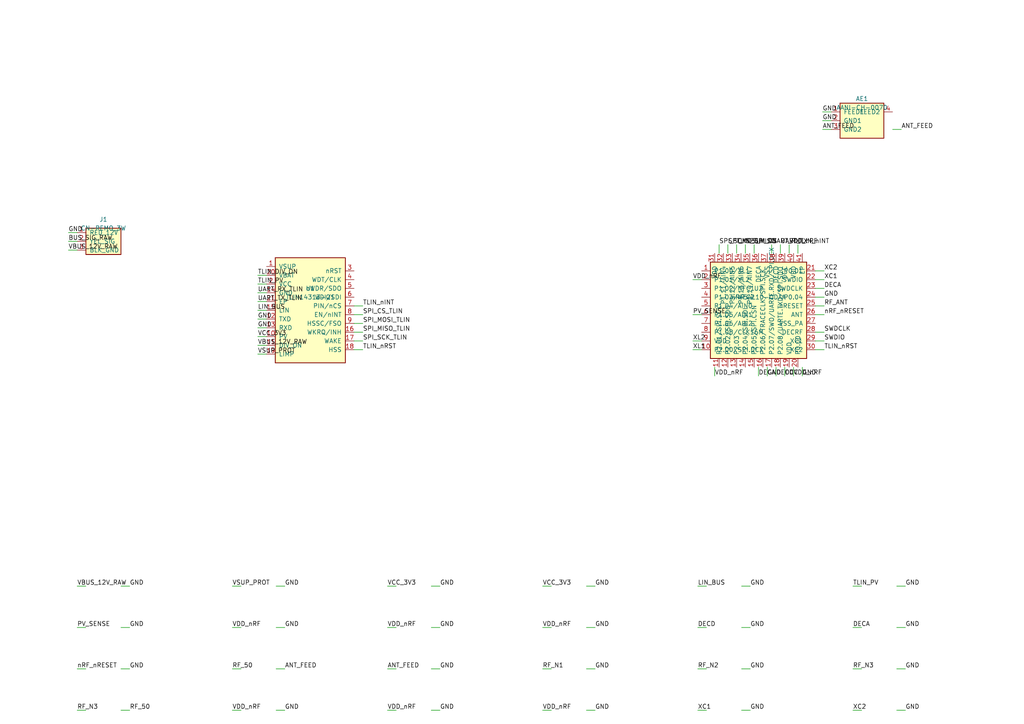
<source format=kicad_sch>
(kicad_sch (version 20250114) (generator "eeschema") (generator_version "9.0")
  (paper "A4")
  (title_block (title "PREMTA Slave Controller") (date "2026-01-03") (rev "A") (company "") (comment 1 "Generated from premta_slave.net + SPEC.md"))
  (lib_symbols
    (symbol "Device:D_Schottky" (pin_names (offset 1.016))
      (property "Reference" "D" (at 0 2.54 0))
      (property "Value" "D_Schottky" (at 0 -2.54 0))
      (symbol "D_Schottky_0_0"
        (polyline (pts (xy -1.27 1.27) (xy -1.27 -1.27)) (stroke (width 0.254)))
        (polyline (pts (xy -1.27 0) (xy 1.27 1.27) (xy 1.27 -1.27) (xy -1.27 0)) (stroke (width 0.254)) (fill (type background)))
        (polyline (pts (xy 1.27 1.27) (xy 1.27 -1.27)) (stroke (width 0.254)))
        (pin passive line (at -5.08 0 0) (length 3.81) (name "A") (number "1"))
        (pin passive line (at 5.08 0 180) (length 3.81) (name "K") (number "2"))
      )
    )
    (symbol "Device:D_TVS" (pin_names (offset 1.016))
      (property "Reference" "D" (at 0 2.54 0))
      (property "Value" "D_TVS" (at 0 -2.54 0))
      (symbol "D_TVS_0_0"
        (polyline (pts (xy -1.27 1.27) (xy -1.27 -1.27)) (stroke (width 0.254)))
        (polyline (pts (xy -1.27 0) (xy 1.27 1.27) (xy 1.27 -1.27) (xy -1.27 0)) (stroke (width 0.254)) (fill (type background)))
        (polyline (pts (xy 1.27 1.27) (xy 1.27 -1.27)) (stroke (width 0.254)))
        (polyline (pts (xy 1.78 0.89) (xy 2.54 1.27) (xy 1.78 1.65)) (stroke (width 0.254)))
        (polyline (pts (xy 1.78 -0.89) (xy 2.54 -1.27) (xy 1.78 -1.65)) (stroke (width 0.254)))
        (pin passive line (at -5.08 0 0) (length 3.81) (name "A") (number "1"))
        (pin passive line (at 5.08 0 180) (length 3.81) (name "K") (number "2"))
      )
    )
    (symbol "Device:CN-REMO_3W" (pin_names (offset 1.016))
      (property "Reference" "J" (at 0 5.08 0))
      (property "Value" "CN-REMO_3W" (at 0 -5.08 0))
      (symbol "CN-REMO_3W_0_0"
        (rectangle (start -5.08 3.81) (end 5.08 -3.81) (stroke (width 0.254)) (fill (type background)))
        (pin power_in line (at -7.62 2.54 0) (length 2.54) (name "RED_12V") (number "1"))
        (pin passive line (at -7.62 0 0) (length 2.54) (name "YEL_SIG") (number "2"))
        (pin power_in line (at -7.62 -2.54 0) (length 2.54) (name "BLK_GND") (number "3"))
      )
    )
    (symbol "Device:TLIN14313-Q1" (pin_names (offset 1.016))
      (property "Reference" "U" (at 0.00 17.78 0))
      (property "Value" "TLIN14313-Q1" (at 0.00 -17.78 0))
      (symbol "TLIN14313-Q1_0_0"
        (rectangle (start -10.16 15.24) (end 10.16 -15.24) (stroke (width 0.254)) (fill (type background)))
        (pin power_in line (at -12.70 12.70 0) (length 2.54) (name "VSUP") (number "1"))
        (pin power_in line (at -12.70 10.16 0) (length 2.54) (name "VBAT") (number "20"))
        (pin power_out line (at -12.70 7.62 0) (length 2.54) (name "VCC") (number "2"))
        (pin power_in line (at -12.70 5.08 0) (length 2.54) (name "GND") (number "14"))
        (pin power_in line (at -12.70 2.54 0) (length 2.54) (name "EP") (number "21"))
        (pin bidirectional line (at -12.70 0.00 0) (length 2.54) (name "LIN") (number "15"))
        (pin input line (at -12.70 -2.54 0) (length 2.54) (name "TXD") (number "12"))
        (pin output line (at -12.70 -5.08 0) (length 2.54) (name "RXD") (number "13"))
        (pin output line (at -12.70 -7.62 0) (length 2.54) (name "PV") (number "10"))
        (pin input line (at -12.70 -10.16 0) (length 2.54) (name "DIV_ON") (number "11"))
        (pin output line (at -12.70 -12.70 0) (length 2.54) (name "LIMP") (number "19"))
        (pin bidirectional line (at 12.70 11.43 180) (length 2.54) (name "nRST") (number "3"))
        (pin input line (at 12.70 8.89 180) (length 2.54) (name "WDT/CLK") (number "4"))
        (pin output line (at 12.70 6.35 180) (length 2.54) (name "nWDR/SDO") (number "5"))
        (pin input line (at 12.70 3.81 180) (length 2.54) (name "WDI/SDI") (number "6"))
        (pin input line (at 12.70 1.27 180) (length 2.54) (name "PIN/nCS") (number "7"))
        (pin bidirectional line (at 12.70 -1.27 180) (length 2.54) (name "EN/nINT") (number "8"))
        (pin bidirectional line (at 12.70 -3.81 180) (length 2.54) (name "HSSC/FSO") (number "9"))
        (pin output line (at 12.70 -6.35 180) (length 2.54) (name "WKRQ/INH") (number "16"))
        (pin input line (at 12.70 -8.89 180) (length 2.54) (name "WAKE") (number "17"))
        (pin output line (at 12.70 -11.43 180) (length 2.54) (name "HSS") (number "18"))
      )
    )
    (symbol "Device:nRF54L10-QDAA" (pin_names (offset 1.016))
      (property "Reference" "U" (at 0.00 20.32 0))
      (property "Value" "nRF54L10-QDAA" (at 0.00 -20.32 0))
      (symbol "nRF54L10-QDAA_0_0"
        (rectangle (start -13.97 13.97) (end 13.97 -13.97) (stroke (width 0.254)) (fill (type background)))
        (pin bidirectional line (at -16.51 11.43 0) (length 2.54) (name "P1.00/XL1") (number "1"))
        (pin bidirectional line (at -16.51 8.89 0) (length 2.54) (name "P1.01/XL2") (number "2"))
        (pin bidirectional line (at -16.51 6.35 0) (length 2.54) (name "P1.02/NFC1") (number "3"))
        (pin bidirectional line (at -16.51 3.81 0) (length 2.54) (name "P1.03/NFC2") (number "4"))
        (pin bidirectional line (at -16.51 1.27 0) (length 2.54) (name "P1.04/AIN0") (number "5"))
        (pin bidirectional line (at -16.51 -1.27 0) (length 2.54) (name "P1.05/AIN1") (number "6"))
        (pin bidirectional line (at -16.51 -3.81 0) (length 2.54) (name "P1.06/AIN2") (number "7"))
        (pin bidirectional line (at -16.51 -6.35 0) (length 2.54) (name "P1.08/CLK16M") (number "8"))
        (pin power_in line (at -16.51 -8.89 0) (length 2.54) (name "VDD") (number "9"))
        (pin bidirectional line (at -16.51 -11.43 0) (length 2.54) (name "P2.00/SPI.DCX") (number "10"))
        (pin bidirectional line (at -11.43 -16.51 90) (length 2.54) (name "P2.01/SPI.SCK") (number "11"))
        (pin bidirectional line (at -8.89 -16.51 90) (length 2.54) (name "P2.02/SPI.SDO") (number "12"))
        (pin bidirectional line (at -6.35 -16.51 90) (length 2.54) (name "P2.03") (number "13"))
        (pin bidirectional line (at -3.81 -16.51 90) (length 2.54) (name "P2.04/SPI.SDI") (number "14"))
        (pin bidirectional line (at -1.27 -16.51 90) (length 2.54) (name "P2.05/SPI.CSN") (number "15"))
        (pin bidirectional line (at 1.27 -16.51 90) (length 2.54) (name "P2.06/TRACECLK/SPI.SCK") (number "16"))
        (pin bidirectional line (at 3.81 -16.51 90) (length 2.54) (name "P2.07/SWO/UARTE.RXD/SPI.DCX") (number "17"))
        (pin bidirectional line (at 6.35 -16.51 90) (length 2.54) (name "P2.08/UARTE.TXD/SPI.SDO") (number "18"))
        (pin power_in line (at 8.89 -16.51 90) (length 2.54) (name "VDD") (number "19"))
        (pin bidirectional line (at 11.43 -16.51 90) (length 2.54) (name "P0.00") (number "20"))
        (pin bidirectional line (at 16.51 11.43 180) (length 2.54) (name "P0.01") (number "21"))
        (pin bidirectional line (at 16.51 8.89 180) (length 2.54) (name "SWDIO") (number "22"))
        (pin input line (at 16.51 6.35 180) (length 2.54) (name "SWDCLK") (number "23"))
        (pin bidirectional line (at 16.51 3.81 180) (length 2.54) (name "P0.04") (number "24"))
        (pin input line (at 16.51 1.27 180) (length 2.54) (name "nRESET") (number "25"))
        (pin passive line (at 16.51 -1.27 180) (length 2.54) (name "ANT") (number "26"))
        (pin power_in line (at 16.51 -3.81 180) (length 2.54) (name "VSS_PA") (number "27"))
        (pin power_in line (at 16.51 -6.35 180) (length 2.54) (name "DECRF") (number "28"))
        (pin input line (at 16.51 -8.89 180) (length 2.54) (name "XC1") (number "29"))
        (pin input line (at 16.51 -11.43 180) (length 2.54) (name "XC2") (number "30"))
        (pin power_in line (at -12.70 16.51 270) (length 2.54) (name "VDD") (number "31"))
        (pin bidirectional line (at -10.16 16.51 270) (length 2.54) (name "P1.11/AIN4") (number "32"))
        (pin bidirectional line (at -7.62 16.51 270) (length 2.54) (name "P1.12/AIN5") (number "33"))
        (pin bidirectional line (at -5.08 16.51 270) (length 2.54) (name "P1.13/AIN6") (number "34"))
        (pin bidirectional line (at -2.54 16.51 270) (length 2.54) (name "P1.14/AIN7") (number "35"))
        (pin power_in line (at 0.00 16.51 270) (length 2.54) (name "DECA") (number "36"))
        (pin power_in line (at 2.54 16.51 270) (length 2.54) (name "VSS") (number "37"))
        (pin power_in line (at 5.08 16.51 270) (length 2.54) (name "DECD") (number "38"))
        (pin power_out line (at 7.62 16.51 270) (length 2.54) (name "DCC") (number "39"))
        (pin power_in line (at 10.16 16.51 270) (length 2.54) (name "VDD") (number "40"))
        (pin power_in line (at 12.70 16.51 270) (length 2.54) (name "EP") (number "41"))
      )
    )
    (symbol "Device:AANI-CH-0070" (pin_names (offset 1.016))
      (property "Reference" "AE" (at 0.00 7.62 0))
      (property "Value" "AANI-CH-0070" (at 0.00 -7.62 0))
      (symbol "AANI-CH-0070_0_0"
        (rectangle (start -6.35 5.08) (end 6.35 -5.08) (stroke (width 0.254)) (fill (type background)))
        (pin passive line (at -8.89 2.54 0) (length 2.54) (name "FEED1") (number "1"))
        (pin power_in line (at -8.89 0.00 0) (length 2.54) (name "GND1") (number "2"))
        (pin power_in line (at -8.89 -2.54 0) (length 2.54) (name "GND2") (number "3"))
        (pin passive line (at 8.89 2.54 180) (length 2.54) (name "FEED2") (number "4"))
      )
    )
  )
  (wire (pts (xy 77.3 95.08) (xy 74.76 95.08)))
  (wire (pts (xy 77.3 92.54) (xy 74.76 92.54)))
  (wire (pts (xy 77.3 90) (xy 74.76 90)))
  (wire (pts (xy 77.3 79.84) (xy 74.76 79.84)))
  (wire (pts (xy 77.3 82.38) (xy 74.76 82.38)))
  (wire (pts (xy 102.7 88.73) (xy 105.24 88.73)))
  (wire (pts (xy 102.7 101.43) (xy 105.24 101.43)))
  (wire (pts (xy 77.3 100.16) (xy 74.76 100.16)))
  (wire (pts (xy 77.3 97.62) (xy 74.76 97.62)))
  (wire (pts (xy 77.3 102.7) (xy 74.76 102.7)))
  (wire (pts (xy 102.7 98.89) (xy 105.24 98.89)))
  (wire (pts (xy 102.7 93.81) (xy 105.24 93.81)))
  (wire (pts (xy 102.7 96.35) (xy 105.24 96.35)))
  (wire (pts (xy 102.7 91.27) (xy 105.24 91.27)))
  (wire (pts (xy 77.3 87.46) (xy 74.76 87.46)))
  (wire (pts (xy 77.3 84.92) (xy 74.76 84.92)))
  (wire (pts (xy 236.51 86.19) (xy 239.05 86.19)))
  (wire (pts (xy 222.54 106.51) (xy 222.54 109.05)))
  (wire (pts (xy 232.7 106.51) (xy 232.7 109.05)))
  (wire (pts (xy 227.62 106.51) (xy 227.62 109.05)))
  (wire (pts (xy 236.51 83.65) (xy 239.05 83.65)))
  (wire (pts (xy 220 106.51) (xy 220 109.05)))
  (wire (pts (xy 225.08 106.51) (xy 225.08 109.05)))
  (wire (pts (xy 203.49 91.27) (xy 200.95 91.27)))
  (wire (pts (xy 236.51 88.73) (xy 239.05 88.73)))
  (wire (pts (xy 218.73 73.49) (xy 218.73 70.95)))
  (wire (pts (xy 216.19 73.49) (xy 216.19 70.95)))
  (wire (pts (xy 211.11 73.49) (xy 211.11 70.95)))
  (wire (pts (xy 208.57 73.49) (xy 208.57 70.95)))
  (wire (pts (xy 236.51 96.35) (xy 239.05 96.35)))
  (wire (pts (xy 236.51 98.89) (xy 239.05 98.89)))
  (wire (pts (xy 213.65 73.49) (xy 213.65 70.95)))
  (wire (pts (xy 231.43 73.49) (xy 231.43 70.95)))
  (wire (pts (xy 236.51 101.43) (xy 239.05 101.43)))
  (wire (pts (xy 223.81 73.49) (xy 223.81 70.95)))
  (wire (pts (xy 226.35 73.49) (xy 226.35 70.95)))
  (wire (pts (xy 203.49 81.11) (xy 200.95 81.11)))
  (wire (pts (xy 228.89 73.49) (xy 228.89 70.95)))
  (wire (pts (xy 207.3 106.51) (xy 207.3 109.05)))
  (wire (pts (xy 230.16 106.51) (xy 230.16 109.05)))
  (wire (pts (xy 236.51 81.11) (xy 239.05 81.11)))
  (wire (pts (xy 236.51 78.57) (xy 239.05 78.57)))
  (wire (pts (xy 203.49 101.43) (xy 200.95 101.43)))
  (wire (pts (xy 203.49 98.89) (xy 200.95 98.89)))
  (wire (pts (xy 236.51 91.27) (xy 239.05 91.27)))
  (wire (pts (xy 22.38 67.46) (xy 19.84 67.46)))
  (wire (pts (xy 22.38 70) (xy 19.84 70)))
  (wire (pts (xy 22.38 72.54) (xy 19.84 72.54)))
  (wire (pts (xy 241.11 35) (xy 238.57 35)))
  (wire (pts (xy 241.11 32.46) (xy 238.57 32.46)))
  (wire (pts (xy 241.11 37.54) (xy 238.57 37.54)))
  (wire (pts (xy 258.89 37.54) (xy 261.43 37.54)))
  (wire (pts (xy 204.92 218) (xy 202.38 218)))
  (wire (pts (xy 215.08 218) (xy 217.62 218)))
  (wire (pts (xy 260.08 218) (xy 262.62 218)))
  (wire (pts (xy 249.92 218) (xy 247.38 218)))
  (wire (pts (xy 35.08 230) (xy 37.62 230)))
  (wire (pts (xy 24.92 230) (xy 22.38 230)))
  (wire (pts (xy 35.08 170) (xy 37.62 170)))
  (wire (pts (xy 24.92 170) (xy 22.38 170)))
  (wire (pts (xy 80.08 170) (xy 82.62 170)))
  (wire (pts (xy 69.92 170) (xy 67.38 170)))
  (wire (pts (xy 125.08 170) (xy 127.62 170)))
  (wire (pts (xy 114.92 170) (xy 112.38 170)))
  (wire (pts (xy 170.08 170) (xy 172.62 170)))
  (wire (pts (xy 159.92 170) (xy 157.38 170)))
  (wire (pts (xy 69.92 242) (xy 67.38 242)))
  (wire (pts (xy 80.08 242) (xy 82.62 242)))
  (wire (pts (xy 215.08 170) (xy 217.62 170)))
  (wire (pts (xy 204.92 170) (xy 202.38 170)))
  (wire (pts (xy 114.92 242) (xy 112.38 242)))
  (wire (pts (xy 125.08 242) (xy 127.62 242)))
  (wire (pts (xy 170.08 242) (xy 172.62 242)))
  (wire (pts (xy 159.92 242) (xy 157.38 242)))
  (wire (pts (xy 215.08 242) (xy 217.62 242)))
  (wire (pts (xy 204.92 242) (xy 202.38 242)))
  (wire (pts (xy 260.08 242) (xy 262.62 242)))
  (wire (pts (xy 249.92 242) (xy 247.38 242)))
  (wire (pts (xy 260.08 170) (xy 262.62 170)))
  (wire (pts (xy 249.92 170) (xy 247.38 170)))
  (wire (pts (xy 35.08 182) (xy 37.62 182)))
  (wire (pts (xy 24.92 182) (xy 22.38 182)))
  (wire (pts (xy 69.92 230) (xy 67.38 230)))
  (wire (pts (xy 80.08 230) (xy 82.62 230)))
  (wire (pts (xy 80.08 182) (xy 82.62 182)))
  (wire (pts (xy 69.92 182) (xy 67.38 182)))
  (wire (pts (xy 125.08 182) (xy 127.62 182)))
  (wire (pts (xy 114.92 182) (xy 112.38 182)))
  (wire (pts (xy 170.08 182) (xy 172.62 182)))
  (wire (pts (xy 159.92 182) (xy 157.38 182)))
  (wire (pts (xy 114.92 230) (xy 112.38 230)))
  (wire (pts (xy 125.08 230) (xy 127.62 230)))
  (wire (pts (xy 215.08 182) (xy 217.62 182)))
  (wire (pts (xy 204.92 182) (xy 202.38 182)))
  (wire (pts (xy 260.08 182) (xy 262.62 182)))
  (wire (pts (xy 249.92 182) (xy 247.38 182)))
  (wire (pts (xy 24.92 254) (xy 22.38 254)))
  (wire (pts (xy 35.08 254) (xy 37.62 254)))
  (wire (pts (xy 35.08 194) (xy 37.62 194)))
  (wire (pts (xy 24.92 194) (xy 22.38 194)))
  (wire (pts (xy 114.92 290) (xy 112.38 290)))
  (wire (pts (xy 125.08 290) (xy 127.62 290)))
  (wire (pts (xy 159.92 290) (xy 157.38 290)))
  (wire (pts (xy 170.08 290) (xy 172.62 290)))
  (wire (pts (xy 170.08 230) (xy 172.62 230)))
  (wire (pts (xy 159.92 230) (xy 157.38 230)))
  (wire (pts (xy 80.08 194) (xy 82.62 194)))
  (wire (pts (xy 69.92 194) (xy 67.38 194)))
  (wire (pts (xy 125.08 194) (xy 127.62 194)))
  (wire (pts (xy 114.92 194) (xy 112.38 194)))
  (wire (pts (xy 120 260.92) (xy 120 258.38)))
  (wire (pts (xy 165 260.92) (xy 165 258.38)))
  (wire (pts (xy 210 260.92) (xy 210 258.38)))
  (wire (pts (xy 255 260.92) (xy 255 258.38)))
  (wire (pts (xy 30 272.92) (xy 30 270.38)))
  (wire (pts (xy 204.92 230) (xy 202.38 230)))
  (wire (pts (xy 215.08 230) (xy 217.62 230)))
  (wire (pts (xy 170.08 194) (xy 172.62 194)))
  (wire (pts (xy 159.92 194) (xy 157.38 194)))
  (wire (pts (xy 249.92 230) (xy 247.38 230)))
  (wire (pts (xy 260.08 230) (xy 262.62 230)))
  (wire (pts (xy 215.08 194) (xy 217.62 194)))
  (wire (pts (xy 204.92 194) (xy 202.38 194)))
  (wire (pts (xy 24.92 242) (xy 22.38 242)))
  (wire (pts (xy 35.08 242) (xy 37.62 242)))
  (wire (pts (xy 260.08 194) (xy 262.62 194)))
  (wire (pts (xy 249.92 194) (xy 247.38 194)))
  (wire (pts (xy 35.08 206) (xy 37.62 206)))
  (wire (pts (xy 24.92 206) (xy 22.38 206)))
  (wire (pts (xy 80.08 254) (xy 82.62 254)))
  (wire (pts (xy 69.92 254) (xy 67.38 254)))
  (wire (pts (xy 125.08 254) (xy 127.62 254)))
  (wire (pts (xy 114.92 254) (xy 112.38 254)))
  (wire (pts (xy 170.08 254) (xy 172.62 254)))
  (wire (pts (xy 159.92 254) (xy 157.38 254)))
  (wire (pts (xy 215.08 254) (xy 217.62 254)))
  (wire (pts (xy 204.92 254) (xy 202.38 254)))
  (wire (pts (xy 260.08 254) (xy 262.62 254)))
  (wire (pts (xy 249.92 254) (xy 247.38 254)))
  (wire (pts (xy 35.08 266) (xy 37.62 266)))
  (wire (pts (xy 24.92 266) (xy 22.38 266)))
  (wire (pts (xy 69.92 266) (xy 67.38 266)))
  (wire (pts (xy 80.08 266) (xy 82.62 266)))
  (wire (pts (xy 80.08 206) (xy 82.62 206)))
  (wire (pts (xy 69.92 206) (xy 67.38 206)))
  (wire (pts (xy 125.08 206) (xy 127.62 206)))
  (wire (pts (xy 114.92 206) (xy 112.38 206)))
  (wire (pts (xy 170.08 206) (xy 172.62 206)))
  (wire (pts (xy 159.92 206) (xy 157.38 206)))
  (wire (pts (xy 215.08 206) (xy 217.62 206)))
  (wire (pts (xy 204.92 206) (xy 202.38 206)))
  (wire (pts (xy 260.08 206) (xy 262.62 206)))
  (wire (pts (xy 249.92 206) (xy 247.38 206)))
  (wire (pts (xy 35.08 218) (xy 37.62 218)))
  (wire (pts (xy 24.92 218) (xy 22.38 218)))
  (wire (pts (xy 80.08 218) (xy 82.62 218)))
  (wire (pts (xy 69.92 218) (xy 67.38 218)))
  (wire (pts (xy 75 272.92) (xy 75 270.38)))
  (wire (pts (xy 120 272.92) (xy 120 270.38)))
  (wire (pts (xy 165 272.92) (xy 165 270.38)))
  (wire (pts (xy 210 272.92) (xy 210 270.38)))
  (wire (pts (xy 255 272.92) (xy 255 270.38)))
  (wire (pts (xy 30 284.92) (xy 30 282.38)))
  (wire (pts (xy 75 284.92) (xy 75 282.38)))
  (wire (pts (xy 125.08 218) (xy 127.62 218)))
  (wire (pts (xy 114.92 218) (xy 112.38 218)))
  (wire (pts (xy 170.08 218) (xy 172.62 218)))
  (wire (pts (xy 159.92 218) (xy 157.38 218)))
  (label "GND" (at 74.76 95.08 0))
  (label "GND" (at 74.76 92.54 0))
  (label "LIN_BUS" (at 74.76 90 0))
  (label "TLIN_DIV_ON" (at 74.76 79.84 0))
  (label "TLIN_PV" (at 74.76 82.38 0))
  (label "TLIN_nINT" (at 105.24 88.73 0))
  (label "TLIN_nRST" (at 105.24 101.43 0))
  (label "VBUS_12V_RAW" (at 74.76 100.16 0))
  (label "VCC_3V3" (at 74.76 97.62 0))
  (label "VSUP_PROT" (at 74.76 102.7 0))
  (label "SPI_SCK_TLIN" (at 105.24 98.89 0))
  (label "SPI_MOSI_TLIN" (at 105.24 93.81 0))
  (label "SPI_MISO_TLIN" (at 105.24 96.35 0))
  (label "SPI_CS_TLIN" (at 105.24 91.27 0))
  (label "UART_TX_TLIN" (at 74.76 87.46 0))
  (label "UART_RX_TLIN" (at 74.76 84.92 0))
  (label "GND" (at 239.05 86.19 0))
  (label "GND" (at 222.54 109.05 0))
  (label "GND" (at 232.7 109.05 0))
  (label "DCC" (at 227.62 109.05 0))
  (label "DECA" (at 239.05 83.65 0))
  (label "DECA" (at 220 109.05 0))
  (label "DECD" (at 225.08 109.05 0))
  (label "PV_SENSE" (at 200.95 91.27 0))
  (label "RF_ANT" (at 239.05 88.73 0))
  (label "SPI_CS" (at 218.73 70.95 0))
  (label "SPI_MISO" (at 216.19 70.95 0))
  (label "SPI_MOSI" (at 211.11 70.95 0))
  (label "SPI_SCK" (at 208.57 70.95 0))
  (label "SWDCLK" (at 239.05 96.35 0))
  (label "SWDIO" (at 239.05 98.89 0))
  (label "TLIN_DIV_ON" (at 213.65 70.95 0))
  (label "TLIN_nINT" (at 231.43 70.95 0))
  (label "TLIN_nRST" (at 239.05 101.43 0))
  (label "UART_RX" (at 223.81 70.95 0))
  (label "UART_TX" (at 226.35 70.95 0))
  (label "VDD_nRF" (at 200.95 81.11 0))
  (label "VDD_nRF" (at 228.89 70.95 0))
  (label "VDD_nRF" (at 207.3 109.05 0))
  (label "VDD_nRF" (at 230.16 109.05 0))
  (label "XC1" (at 239.05 81.11 0))
  (label "XC2" (at 239.05 78.57 0))
  (label "XL1" (at 200.95 101.43 0))
  (label "XL2" (at 200.95 98.89 0))
  (label "nRF_nRESET" (at 239.05 91.27 0))
  (label "GND" (at 19.84 67.46 0))
  (label "BUS_SIG_RAW" (at 19.84 70 0))
  (label "VBUS_12V_RAW" (at 19.84 72.54 0))
  (label "GND" (at 238.57 35 0))
  (label "GND" (at 238.57 32.46 0))
  (label "ANT_FEED" (at 238.57 37.54 0))
  (label "ANT_FEED" (at 261.43 37.54 0))
  (label "VBUS_12V_RAW" (at 202.38 218 0))
  (label "VSUP_PROT" (at 217.62 218 0))
  (label "GND" (at 262.62 218 0))
  (label "VBUS_12V_RAW" (at 247.38 218 0))
  (label "GND" (at 37.62 230 0))
  (label "BUS_SIG_RAW" (at 22.38 230 0))
  (label "GND" (at 37.62 170 0))
  (label "VBUS_12V_RAW" (at 22.38 170 0))
  (label "GND" (at 82.62 170 0))
  (label "VSUP_PROT" (at 67.38 170 0))
  (label "GND" (at 127.62 170 0))
  (label "VCC_3V3" (at 112.38 170 0))
  (label "GND" (at 172.62 170 0))
  (label "VCC_3V3" (at 157.38 170 0))
  (label "BUS_SIG_RAW" (at 67.38 242 0))
  (label "LIN_BUS" (at 82.62 242 0))
  (label "GND" (at 217.62 170 0))
  (label "LIN_BUS" (at 202.38 170 0))
  (label "VCC_3V3" (at 112.38 242 0))
  (label "SPI_CS_TLIN" (at 127.62 242 0))
  (label "TLIN_nRST" (at 172.62 242 0))
  (label "VCC_3V3" (at 157.38 242 0))
  (label "TLIN_nINT" (at 217.62 242 0))
  (label "VCC_3V3" (at 202.38 242 0))
  (label "PV_SENSE" (at 262.62 242 0))
  (label "TLIN_PV" (at 247.38 242 0))
  (label "GND" (at 262.62 170 0))
  (label "TLIN_PV" (at 247.38 170 0))
  (label "GND" (at 37.62 182 0))
  (label "PV_SENSE" (at 22.38 182 0))
  (label "VCC_3V3" (at 67.38 230 0))
  (label "VDD_nRF" (at 82.62 230 0))
  (label "GND" (at 82.62 182 0))
  (label "VDD_nRF" (at 67.38 182 0))
  (label "GND" (at 127.62 182 0))
  (label "VDD_nRF" (at 112.38 182 0))
  (label "GND" (at 172.62 182 0))
  (label "VDD_nRF" (at 157.38 182 0))
  (label "DCC" (at 112.38 230 0))
  (label "VDD_nRF" (at 127.62 230 0))
  (label "GND" (at 217.62 182 0))
  (label "DECD" (at 202.38 182 0))
  (label "GND" (at 262.62 182 0))
  (label "DECA" (at 247.38 182 0))
  (label "nRF_RESET" (at 22.38 254 0))
  (label "nRF_nRESET" (at 37.62 254 0))
  (label "GND" (at 37.62 194 0))
  (label "nRF_nRESET" (at 22.38 194 0))
  (label "XC1" (at 112.38 290 0))
  (label "XC2" (at 127.62 290 0))
  (label "XL1" (at 157.38 290 0))
  (label "XL2" (at 172.62 290 0))
  (label "GND" (at 172.62 230 0))
  (label "RF_50" (at 157.38 230 0))
  (label "ANT_FEED" (at 82.62 194 0))
  (label "RF_50" (at 67.38 194 0))
  (label "GND" (at 127.62 194 0))
  (label "ANT_FEED" (at 112.38 194 0))
  (label "SWDIO" (at 120 258.38 0))
  (label "SWDCLK" (at 165 258.38 0))
  (label "nRF_RESET" (at 210 258.38 0))
  (label "VDD_nRF" (at 255 258.38 0))
  (label "GND" (at 30 270.38 0))
  (label "RF_ANT" (at 202.38 230 0))
  (label "RF_N1" (at 217.62 230 0))
  (label "GND" (at 172.62 194 0))
  (label "RF_N1" (at 157.38 194 0))
  (label "RF_N1" (at 247.38 230 0))
  (label "RF_N2" (at 262.62 230 0))
  (label "GND" (at 217.62 194 0))
  (label "RF_N2" (at 202.38 194 0))
  (label "RF_N2" (at 22.38 242 0))
  (label "RF_N3" (at 37.62 242 0))
  (label "GND" (at 262.62 194 0))
  (label "RF_N3" (at 247.38 194 0))
  (label "RF_50" (at 37.62 206 0))
  (label "RF_N3" (at 22.38 206 0))
  (label "SPI_SCK" (at 82.62 254 0))
  (label "SPI_SCK_TLIN" (at 67.38 254 0))
  (label "SPI_MOSI" (at 127.62 254 0))
  (label "SPI_MOSI_TLIN" (at 112.38 254 0))
  (label "SPI_MISO" (at 172.62 254 0))
  (label "SPI_MISO_TLIN" (at 157.38 254 0))
  (label "SPI_CS" (at 217.62 254 0))
  (label "SPI_CS_TLIN" (at 202.38 254 0))
  (label "UART_TX" (at 262.62 254 0))
  (label "UART_TX_TLIN" (at 247.38 254 0))
  (label "UART_RX" (at 37.62 266 0))
  (label "UART_RX_TLIN" (at 22.38 266 0))
  (label "VBUS_12V_RAW" (at 67.38 266 0))
  (label "VSUP_PROT" (at 82.62 266 0))
  (label "GND" (at 82.62 206 0))
  (label "VDD_nRF" (at 67.38 206 0))
  (label "GND" (at 127.62 206 0))
  (label "VDD_nRF" (at 112.38 206 0))
  (label "GND" (at 172.62 206 0))
  (label "VDD_nRF" (at 157.38 206 0))
  (label "GND" (at 217.62 206 0))
  (label "XC1" (at 202.38 206 0))
  (label "GND" (at 262.62 206 0))
  (label "XC2" (at 247.38 206 0))
  (label "GND" (at 37.62 218 0))
  (label "XL1" (at 22.38 218 0))
  (label "GND" (at 82.62 218 0))
  (label "XL2" (at 67.38 218 0))
  (label "VBUS_12V_RAW" (at 75 270.38 0))
  (label "VSUP_PROT" (at 120 270.38 0))
  (label "VCC_3V3" (at 165 270.38 0))
  (label "VDD_nRF" (at 210 270.38 0))
  (label "BUS_SIG_RAW" (at 255 270.38 0))
  (label "LIN_BUS" (at 30 282.38 0))
  (label "RF_50" (at 75 282.38 0))
  (label "GND" (at 127.62 218 0))
  (label "VDD_nRF" (at 112.38 218 0))
  (label "GND" (at 172.62 218 0))
  (label "VDD_nRF" (at 157.38 218 0))
  (symbol (lib_id "Device:TLIN14313-Q1") (at 90 90 0) (unit 1)
    (property "Reference" "U1" (at 90 83.65 0))
    (property "Value" "TLIN14313-Q1" (at 90 86.19 0))
    (property "Footprint" "Package_DFN_QFN:VQFN-20-1EP_4.5x3.5mm_P0.5mm" (effects (hide yes)))
  )
  (symbol (lib_id "Device:nRF54L10-QDAA") (at 220 90 0) (unit 1)
    (property "Reference" "U2" (at 220 83.65 0))
    (property "Value" "nRF54L10-QDAA" (at 220 86.19 0))
    (property "Footprint" "Package_DFN_QFN:QFN-40-1EP_5x5mm_P0.4mm" (effects (hide yes)))
  )
  (symbol (lib_id "Device:CN-REMO_3W") (at 30 70 0) (unit 1)
    (property "Reference" "J1" (at 30 63.65 0))
    (property "Value" "CN-REMO_3W" (at 30 66.19 0))
  )
  (symbol (lib_id "Device:AANI-CH-0070") (at 250 35 0) (unit 1)
    (property "Reference" "AE1" (at 250 28.65 0))
    (property "Value" "AANI-CH-0070" (at 250 31.19 0))
    (property "Footprint" "RF_Antenna:Abracon_AANI-CH-0070" (effects (hide yes)))
  )
  (symbol (lib_id "Device:D_Schottky") (at 210 218 0) (unit 1)
    (property "Reference" "D1" (at 210 211.65 0))
    (property "Value" "D_VSUP_REV" (at 210 214.19 0))
    (property "Footprint" "Diode_SMD:D_SMA" (effects (hide yes)))
  )
  (symbol (lib_id "Device:D_TVS") (at 255 218 0) (unit 1) (dnp yes)
    (property "Reference" "D2" (at 255 211.65 0))
    (property "Value" "D_VSUP_TVS (DNP)" (at 255 214.19 0))
    (property "Footprint" "Diode_SMD:D_SMB" (effects (hide yes)))
  )
  (symbol (lib_id "Device:D_TVS") (at 30 230 0) (unit 1) (dnp yes)
    (property "Reference" "D3" (at 30 223.65 0))
    (property "Value" "D_LIN_ESD (DNP)" (at 30 226.19 0))
    (property "Footprint" "Diode_SMD:D_SOD-523" (effects (hide yes)))
  )
  (symbol (lib_id "Device:C") (at 165 218 0) (unit 1)
    (property "Reference" "C28" (at 165 211.65 0))
    (property "Value" "C_VDD_HF4 100nF" (at 165 214.19 0))
    (property "Footprint" "Capacitor_SMD:C_0402_1005Metric" (effects (hide yes)))
  )
)
</source>
